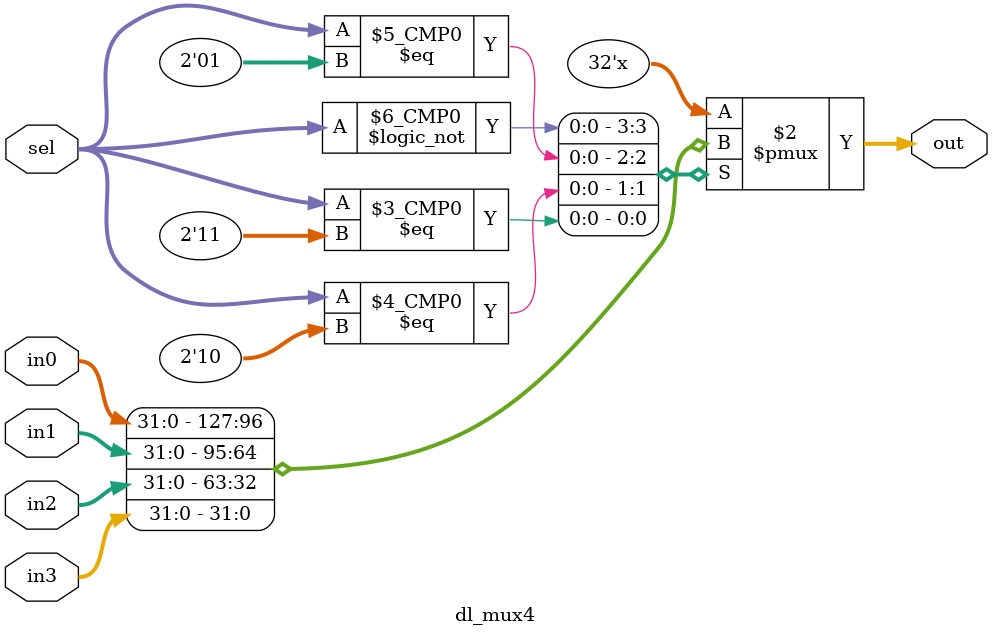
<source format=sv>
/*
   Filename: dl_mux4.sv

   Parameterized 4-to-1 multiplexer implementation
*/
//--------------------------------------------------------------

`ifndef __DL_MUX4_SV__
`define __DL_MUX4_SV__

module dl_mux4 #(
    parameter NUM_BITS = 32
)(
    input  logic [NUM_BITS-1:0]  in0,
    input  logic [NUM_BITS-1:0]  in1,
    input  logic [NUM_BITS-1:0]  in2,
    input  logic [NUM_BITS-1:0]  in3,
    input  logic [1:0]           sel,
    output logic [NUM_BITS-1:0]  out
);

    always_comb begin
        case (sel)
            2'd0:   out = in0;
            2'd1:   out = in1;
            2'd2:   out = in2;
            2'd3:   out = in3;
            default: out = in0;
        endcase
    end
endmodule

`endif // __DL_MUX4_SV__

</source>
